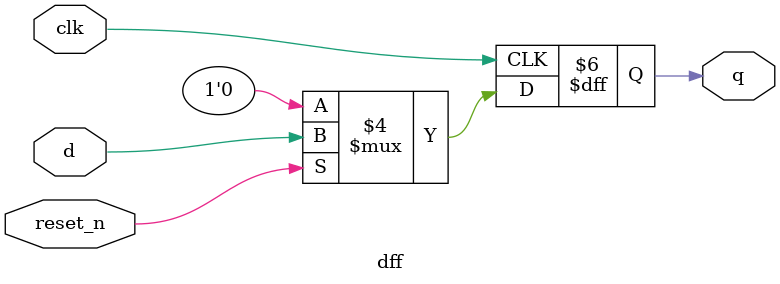
<source format=sv>
module top_module (
	input clk,
	input resetn,
	input in,
	output out
);

	// Internal wire declarations
	wire Q1, Q2, Q3, Q4;

	// D flip-flop instances
	dff dff1 (.clk(clk), .reset_n(resetn), .d(in),  .q(Q1));
	dff dff2 (.clk(clk), .reset_n(resetn), .d(Q1),  .q(Q2));
	dff dff3 (.clk(clk), .reset_n(resetn), .d(Q2),  .q(Q3));
	dff dff4 (.clk(clk), .reset_n(resetn), .d(Q3),  .q(Q4));

	// Assign output
	assign out = Q4;

endmodule
module dff (
	input clk,
	input reset_n,
	input d,
	output reg q
);

	always @(posedge clk) begin
		if (~reset_n)
			q <= 1'b0;
		else
			q <= d;
	end

endmodule

</source>
